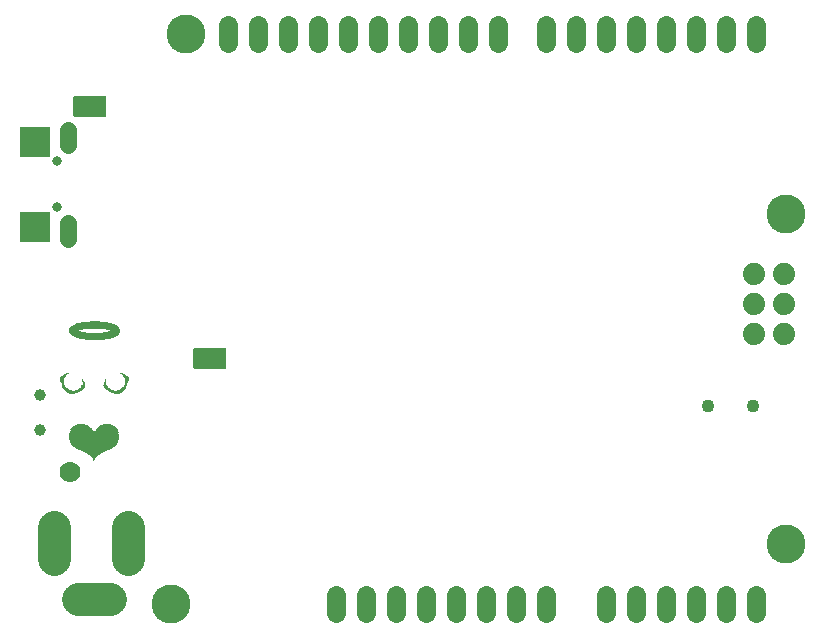
<source format=gbr>
G04 EAGLE Gerber RS-274X export*
G75*
%MOMM*%
%FSLAX34Y34*%
%LPD*%
%INSoldermask Bottom*%
%IPPOS*%
%AMOC8*
5,1,8,0,0,1.08239X$1,22.5*%
G01*
%ADD10C,3.301600*%
%ADD11C,1.879600*%
%ADD12C,1.601600*%
%ADD13C,0.801600*%
%ADD14R,2.514600X2.514600*%
%ADD15C,1.409600*%
%ADD16C,1.778000*%
%ADD17C,1.101600*%
%ADD18C,2.801600*%
%ADD19C,1.001600*%
%ADD20R,0.042331X0.021166*%
%ADD21R,0.084663X0.021166*%
%ADD22R,0.126994X0.021166*%
%ADD23R,0.148163X0.021166*%
%ADD24R,0.169328X0.021166*%
%ADD25R,0.211656X0.021166*%
%ADD26R,0.232825X0.021166*%
%ADD27R,0.253991X0.021166*%
%ADD28R,0.296322X0.021169*%
%ADD29R,0.338653X0.021166*%
%ADD30R,0.380984X0.021166*%
%ADD31R,0.423319X0.021166*%
%ADD32R,0.465650X0.021166*%
%ADD33R,0.507981X0.021166*%
%ADD34R,0.550312X0.021166*%
%ADD35R,0.592644X0.021166*%
%ADD36R,0.634975X0.021166*%
%ADD37R,0.677306X0.021166*%
%ADD38R,0.740803X0.021166*%
%ADD39R,0.804300X0.021166*%
%ADD40R,0.846631X0.021166*%
%ADD41R,0.910128X0.021166*%
%ADD42R,0.973628X0.021166*%
%ADD43R,1.037128X0.021166*%
%ADD44R,1.100625X0.021169*%
%ADD45R,1.185288X0.021166*%
%ADD46R,1.227619X0.021166*%
%ADD47R,1.312281X0.021166*%
%ADD48R,1.396944X0.021166*%
%ADD49R,1.460441X0.021166*%
%ADD50R,1.523938X0.021166*%
%ADD51R,1.608600X0.021166*%
%ADD52R,1.693266X0.021166*%
%ADD53R,1.777931X0.021166*%
%ADD54R,1.883759X0.021166*%
%ADD55R,1.989588X0.021166*%
%ADD56R,2.074250X0.021166*%
%ADD57R,2.158913X0.021166*%
%ADD58R,2.264744X0.021166*%
%ADD59R,2.370572X0.021166*%
%ADD60R,2.455234X0.021169*%
%ADD61R,2.561063X0.021166*%
%ADD62R,2.645728X0.021166*%
%ADD63R,2.730391X0.021166*%
%ADD64R,2.815053X0.021166*%
%ADD65R,2.899716X0.021166*%
%ADD66R,2.984378X0.021166*%
%ADD67R,3.047878X0.021166*%
%ADD68R,3.132544X0.021166*%
%ADD69R,3.196041X0.021166*%
%ADD70R,3.259537X0.021166*%
%ADD71R,3.323038X0.021166*%
%ADD72R,3.386531X0.021166*%
%ADD73R,3.450025X0.021166*%
%ADD74R,3.513525X0.021166*%
%ADD75R,3.555856X0.021166*%
%ADD76R,3.598191X0.021169*%
%ADD77R,3.640519X0.021166*%
%ADD78R,3.682853X0.021166*%
%ADD79R,3.725184X0.021166*%
%ADD80R,3.767516X0.021166*%
%ADD81R,3.809850X0.021166*%
%ADD82R,3.831016X0.021166*%
%ADD83R,3.873347X0.021166*%
%ADD84R,3.894513X0.021166*%
%ADD85R,3.915678X0.021166*%
%ADD86R,3.936844X0.021166*%
%ADD87R,3.979175X0.021166*%
%ADD88R,4.021506X0.021166*%
%ADD89R,4.042672X0.021166*%
%ADD90R,4.063837X0.021169*%
%ADD91R,4.063837X0.021166*%
%ADD92R,4.085003X0.021166*%
%ADD93R,4.106169X0.021166*%
%ADD94R,4.127334X0.021166*%
%ADD95R,4.148500X0.021166*%
%ADD96R,4.169666X0.021166*%
%ADD97R,4.190831X0.021166*%
%ADD98R,4.190831X0.021169*%
%ADD99R,2.053084X0.021169*%
%ADD100R,2.074253X0.021169*%
%ADD101R,2.053084X0.021166*%
%ADD102R,2.031916X0.021166*%
%ADD103R,2.031919X0.021166*%
%ADD104R,2.010750X0.021166*%
%ADD105R,2.010756X0.021166*%
%ADD106R,1.968422X0.021166*%
%ADD107R,1.947253X0.021166*%
%ADD108R,1.947256X0.021166*%
%ADD109R,1.926091X0.021166*%
%ADD110R,1.904925X0.021166*%
%ADD111R,1.883756X0.021166*%
%ADD112R,1.862591X0.021166*%
%ADD113R,1.862594X0.021166*%
%ADD114R,1.841428X0.021166*%
%ADD115R,1.820263X0.021166*%
%ADD116R,1.820259X0.021166*%
%ADD117R,1.799097X0.021166*%
%ADD118R,1.799094X0.021166*%
%ADD119R,1.756766X0.021169*%
%ADD120R,1.777928X0.021169*%
%ADD121R,1.756766X0.021166*%
%ADD122R,1.735597X0.021166*%
%ADD123R,1.714431X0.021166*%
%ADD124R,1.672100X0.021166*%
%ADD125R,1.629766X0.021166*%
%ADD126R,1.650934X0.021166*%
%ADD127R,1.608603X0.021166*%
%ADD128R,1.587434X0.021166*%
%ADD129R,1.566269X0.021166*%
%ADD130R,1.545106X0.021166*%
%ADD131R,1.545103X0.021166*%
%ADD132R,1.502772X0.021166*%
%ADD133R,1.460444X0.021166*%
%ADD134R,1.396941X0.021166*%
%ADD135R,1.354616X0.021166*%
%ADD136R,1.333447X0.021166*%
%ADD137R,1.291119X0.021166*%
%ADD138R,1.291113X0.021166*%
%ADD139R,1.248784X0.021166*%
%ADD140R,1.164119X0.021166*%
%ADD141R,1.164122X0.021166*%
%ADD142R,1.100625X0.021166*%
%ADD143R,1.100622X0.021166*%
%ADD144R,1.015959X0.021169*%
%ADD145R,1.037125X0.021169*%
%ADD146R,0.931291X0.021166*%
%ADD147R,0.931297X0.021166*%
%ADD148R,0.825462X0.021166*%
%ADD149R,0.825469X0.021166*%
%ADD150R,0.698472X0.021166*%
%ADD151R,0.529147X0.021166*%
%ADD152R,0.232822X0.021166*%
%ADD153R,0.338653X0.021169*%
%ADD154R,0.317491X0.021169*%
%ADD155R,0.507978X0.021166*%
%ADD156R,0.656141X0.021166*%
%ADD157R,0.761972X0.021166*%
%ADD158R,0.846638X0.021166*%
%ADD159R,0.846634X0.021166*%
%ADD160R,0.931300X0.021166*%
%ADD161R,0.931294X0.021166*%
%ADD162R,0.994794X0.021166*%
%ADD163R,1.079456X0.021166*%
%ADD164R,1.079459X0.021166*%
%ADD165R,1.142953X0.021166*%
%ADD166R,1.206450X0.021166*%
%ADD167R,1.206453X0.021166*%
%ADD168R,0.571475X0.021166*%
%ADD169R,0.486816X0.021166*%
%ADD170R,0.486813X0.021166*%
%ADD171R,0.550306X0.021166*%
%ADD172R,0.423316X0.021166*%
%ADD173R,0.444484X0.021166*%
%ADD174R,0.444481X0.021166*%
%ADD175R,0.402150X0.021166*%
%ADD176R,0.359816X0.021166*%
%ADD177R,0.359822X0.021166*%
%ADD178R,0.359819X0.021166*%
%ADD179R,0.359816X0.021169*%
%ADD180R,0.359819X0.021169*%
%ADD181R,0.317488X0.021166*%
%ADD182R,0.296319X0.021166*%
%ADD183R,0.296325X0.021166*%
%ADD184R,0.296322X0.021166*%
%ADD185R,0.380981X0.021166*%
%ADD186R,0.275153X0.021166*%
%ADD187R,0.275156X0.021166*%
%ADD188R,0.380988X0.021166*%
%ADD189R,0.253994X0.021166*%
%ADD190R,0.232828X0.021166*%
%ADD191R,0.317491X0.021166*%
%ADD192R,0.317484X0.021166*%
%ADD193R,0.211659X0.021166*%
%ADD194R,0.275159X0.021166*%
%ADD195R,0.211663X0.021166*%
%ADD196R,0.253988X0.021166*%
%ADD197R,0.232825X0.021169*%
%ADD198R,0.253988X0.021169*%
%ADD199R,0.190497X0.021166*%
%ADD200R,0.190494X0.021166*%
%ADD201R,0.148159X0.021166*%
%ADD202R,0.232819X0.021166*%
%ADD203R,0.126997X0.021166*%
%ADD204R,0.105831X0.021166*%
%ADD205R,0.105828X0.021166*%
%ADD206R,0.084666X0.021166*%
%ADD207R,0.063497X0.021166*%
%ADD208R,0.253991X0.021169*%
%ADD209R,0.063500X0.021169*%
%ADD210R,0.063497X0.021169*%
%ADD211R,0.063500X0.021166*%
%ADD212R,0.042334X0.021166*%
%ADD213R,0.021169X0.021166*%
%ADD214R,0.021166X0.021166*%
%ADD215R,0.359822X0.021169*%
%ADD216R,0.190491X0.021166*%
%ADD217R,0.169325X0.021166*%
%ADD218R,0.148156X0.021166*%
%ADD219R,0.105825X0.021166*%
%ADD220R,0.084663X0.021169*%
%ADD221R,0.105825X0.021169*%
%ADD222R,1.375775X0.021166*%
%ADD223R,1.735600X0.021166*%
%ADD224R,2.031922X0.021166*%
%ADD225R,2.285909X0.021166*%
%ADD226R,2.497569X0.021166*%
%ADD227R,2.666894X0.021166*%
%ADD228R,2.836219X0.021166*%
%ADD229R,3.111378X0.021169*%
%ADD230R,3.217206X0.021166*%
%ADD231R,3.344200X0.021166*%
%ADD232R,3.428863X0.021166*%
%ADD233R,3.598188X0.021166*%
%ADD234R,3.682850X0.021166*%
%ADD235R,3.852181X0.021166*%
%ADD236R,3.958009X0.021166*%
%ADD237R,4.127334X0.021169*%
%ADD238R,1.418106X0.021166*%
%ADD239R,1.439278X0.021166*%
%ADD240R,1.269950X0.021166*%
%ADD241R,1.121788X0.021166*%
%ADD242R,1.015959X0.021166*%
%ADD243R,1.037125X0.021166*%
%ADD244R,0.952463X0.021166*%
%ADD245R,0.867797X0.021166*%
%ADD246R,0.783134X0.021166*%
%ADD247R,0.719638X0.021166*%
%ADD248R,4.000341X0.021166*%
%ADD249R,3.598188X0.021169*%
%ADD250R,3.111378X0.021166*%

G36*
X83938Y438166D02*
X83938Y438166D01*
X84057Y438173D01*
X84095Y438186D01*
X84136Y438191D01*
X84246Y438234D01*
X84359Y438271D01*
X84394Y438293D01*
X84431Y438308D01*
X84527Y438378D01*
X84628Y438441D01*
X84656Y438471D01*
X84689Y438494D01*
X84765Y438586D01*
X84846Y438673D01*
X84866Y438708D01*
X84891Y438739D01*
X84942Y438847D01*
X85000Y438951D01*
X85010Y438991D01*
X85027Y439027D01*
X85049Y439144D01*
X85079Y439259D01*
X85083Y439320D01*
X85087Y439340D01*
X85085Y439360D01*
X85089Y439420D01*
X85089Y454660D01*
X85074Y454778D01*
X85067Y454897D01*
X85054Y454935D01*
X85049Y454976D01*
X85006Y455086D01*
X84969Y455199D01*
X84947Y455234D01*
X84932Y455271D01*
X84863Y455367D01*
X84799Y455468D01*
X84769Y455496D01*
X84746Y455529D01*
X84654Y455605D01*
X84567Y455686D01*
X84532Y455706D01*
X84501Y455731D01*
X84393Y455782D01*
X84289Y455840D01*
X84249Y455850D01*
X84213Y455867D01*
X84096Y455889D01*
X83981Y455919D01*
X83921Y455923D01*
X83901Y455927D01*
X83880Y455925D01*
X83820Y455929D01*
X58420Y455929D01*
X58302Y455914D01*
X58183Y455907D01*
X58145Y455894D01*
X58104Y455889D01*
X57994Y455846D01*
X57881Y455809D01*
X57846Y455787D01*
X57809Y455772D01*
X57713Y455703D01*
X57612Y455639D01*
X57584Y455609D01*
X57551Y455586D01*
X57476Y455494D01*
X57394Y455407D01*
X57374Y455372D01*
X57349Y455341D01*
X57298Y455233D01*
X57240Y455129D01*
X57230Y455089D01*
X57213Y455053D01*
X57191Y454936D01*
X57161Y454821D01*
X57157Y454761D01*
X57153Y454741D01*
X57154Y454734D01*
X57153Y454731D01*
X57154Y454716D01*
X57151Y454660D01*
X57151Y439420D01*
X57166Y439302D01*
X57173Y439183D01*
X57186Y439145D01*
X57191Y439104D01*
X57234Y438994D01*
X57271Y438881D01*
X57293Y438846D01*
X57308Y438809D01*
X57378Y438713D01*
X57441Y438612D01*
X57471Y438584D01*
X57494Y438551D01*
X57586Y438476D01*
X57673Y438394D01*
X57708Y438374D01*
X57739Y438349D01*
X57847Y438298D01*
X57951Y438240D01*
X57991Y438230D01*
X58027Y438213D01*
X58144Y438191D01*
X58259Y438161D01*
X58320Y438157D01*
X58340Y438153D01*
X58360Y438155D01*
X58420Y438151D01*
X83820Y438151D01*
X83938Y438166D01*
G37*
G36*
X185538Y224806D02*
X185538Y224806D01*
X185657Y224813D01*
X185695Y224826D01*
X185736Y224831D01*
X185846Y224874D01*
X185959Y224911D01*
X185994Y224933D01*
X186031Y224948D01*
X186127Y225018D01*
X186228Y225081D01*
X186256Y225111D01*
X186289Y225134D01*
X186365Y225226D01*
X186446Y225313D01*
X186466Y225348D01*
X186491Y225379D01*
X186542Y225487D01*
X186600Y225591D01*
X186610Y225631D01*
X186627Y225667D01*
X186649Y225784D01*
X186679Y225899D01*
X186683Y225960D01*
X186687Y225980D01*
X186685Y226000D01*
X186689Y226060D01*
X186689Y241300D01*
X186674Y241418D01*
X186667Y241537D01*
X186654Y241575D01*
X186649Y241616D01*
X186606Y241726D01*
X186569Y241839D01*
X186547Y241874D01*
X186532Y241911D01*
X186463Y242007D01*
X186399Y242108D01*
X186369Y242136D01*
X186346Y242169D01*
X186254Y242245D01*
X186167Y242326D01*
X186132Y242346D01*
X186101Y242371D01*
X185993Y242422D01*
X185889Y242480D01*
X185849Y242490D01*
X185813Y242507D01*
X185696Y242529D01*
X185581Y242559D01*
X185521Y242563D01*
X185501Y242567D01*
X185480Y242565D01*
X185420Y242569D01*
X160020Y242569D01*
X159902Y242554D01*
X159783Y242547D01*
X159745Y242534D01*
X159704Y242529D01*
X159594Y242486D01*
X159481Y242449D01*
X159446Y242427D01*
X159409Y242412D01*
X159313Y242343D01*
X159212Y242279D01*
X159184Y242249D01*
X159151Y242226D01*
X159076Y242134D01*
X158994Y242047D01*
X158974Y242012D01*
X158949Y241981D01*
X158898Y241873D01*
X158840Y241769D01*
X158830Y241729D01*
X158813Y241693D01*
X158791Y241576D01*
X158761Y241461D01*
X158757Y241401D01*
X158753Y241381D01*
X158754Y241374D01*
X158753Y241371D01*
X158754Y241356D01*
X158751Y241300D01*
X158751Y226060D01*
X158766Y225942D01*
X158773Y225823D01*
X158786Y225785D01*
X158791Y225744D01*
X158834Y225634D01*
X158871Y225521D01*
X158893Y225486D01*
X158908Y225449D01*
X158978Y225353D01*
X159041Y225252D01*
X159071Y225224D01*
X159094Y225191D01*
X159186Y225116D01*
X159273Y225034D01*
X159308Y225014D01*
X159339Y224989D01*
X159447Y224938D01*
X159551Y224880D01*
X159591Y224870D01*
X159627Y224853D01*
X159744Y224831D01*
X159859Y224801D01*
X159920Y224797D01*
X159940Y224793D01*
X159960Y224795D01*
X160020Y224791D01*
X185420Y224791D01*
X185538Y224806D01*
G37*
D10*
X660400Y355600D03*
X660400Y76200D03*
X152400Y508000D03*
X139700Y25400D03*
D11*
X659130Y304800D03*
X659130Y279400D03*
X659130Y254000D03*
X633730Y304800D03*
X633730Y279400D03*
X633730Y254000D03*
D12*
X508000Y32900D02*
X508000Y17900D01*
X533400Y17900D02*
X533400Y32900D01*
X558800Y32900D02*
X558800Y17900D01*
X584200Y17900D02*
X584200Y32900D01*
X609600Y32900D02*
X609600Y17900D01*
X635000Y17900D02*
X635000Y32900D01*
D13*
X43180Y400500D03*
X43180Y361500D03*
D14*
X24180Y345000D03*
X24180Y417000D03*
D15*
X52180Y414000D02*
X52180Y427080D01*
X52180Y348000D02*
X52180Y334920D01*
D12*
X187960Y500500D02*
X187960Y515500D01*
X213360Y515500D02*
X213360Y500500D01*
X238760Y500500D02*
X238760Y515500D01*
X264160Y515500D02*
X264160Y500500D01*
X289560Y500500D02*
X289560Y515500D01*
X314960Y515500D02*
X314960Y500500D01*
X340360Y500500D02*
X340360Y515500D01*
X365760Y515500D02*
X365760Y500500D01*
X391160Y500500D02*
X391160Y515500D01*
X416560Y515500D02*
X416560Y500500D01*
X457200Y500500D02*
X457200Y515500D01*
X482600Y515500D02*
X482600Y500500D01*
X508000Y500500D02*
X508000Y515500D01*
X533400Y515500D02*
X533400Y500500D01*
X558800Y500500D02*
X558800Y515500D01*
X584200Y515500D02*
X584200Y500500D01*
X609600Y500500D02*
X609600Y515500D01*
X635000Y515500D02*
X635000Y500500D01*
X279400Y32900D02*
X279400Y17900D01*
X304800Y17900D02*
X304800Y32900D01*
X330200Y32900D02*
X330200Y17900D01*
X355600Y17900D02*
X355600Y32900D01*
X381000Y32900D02*
X381000Y17900D01*
X406400Y17900D02*
X406400Y32900D01*
X431800Y32900D02*
X431800Y17900D01*
X457200Y17900D02*
X457200Y32900D01*
D16*
X54610Y137160D03*
D17*
X632460Y193040D03*
X594360Y193040D03*
D18*
X102980Y90970D02*
X102980Y63970D01*
X40480Y63970D02*
X40480Y90970D01*
X60980Y29470D02*
X87980Y29470D01*
D19*
X29210Y202960D03*
X29210Y172960D03*
D20*
X74637Y147102D03*
X74637Y147314D03*
D21*
X74637Y147526D03*
X74637Y147737D03*
D22*
X74637Y147949D03*
D23*
X74743Y148161D03*
D24*
X74637Y148372D03*
D25*
X74637Y148584D03*
D26*
X74743Y148796D03*
D27*
X74637Y149007D03*
D28*
X74637Y149219D03*
D29*
X74637Y149431D03*
D30*
X74637Y149642D03*
D31*
X74637Y149854D03*
D32*
X74637Y150066D03*
D33*
X74637Y150277D03*
D34*
X74637Y150489D03*
D35*
X74637Y150701D03*
D36*
X74637Y150912D03*
D37*
X74637Y151124D03*
D38*
X74743Y151336D03*
D39*
X74637Y151547D03*
D40*
X74637Y151759D03*
D41*
X74743Y151971D03*
D42*
X74637Y152182D03*
D43*
X74743Y152394D03*
D44*
X74637Y152606D03*
D45*
X74637Y152817D03*
D46*
X74637Y153029D03*
D47*
X74637Y153241D03*
D48*
X74637Y153452D03*
D49*
X74743Y153664D03*
D50*
X74637Y153876D03*
D51*
X74637Y154087D03*
D52*
X74637Y154299D03*
D53*
X74637Y154510D03*
D54*
X74743Y154722D03*
D55*
X74637Y154934D03*
D56*
X74637Y155145D03*
D57*
X74637Y155357D03*
D58*
X74743Y155569D03*
D59*
X74637Y155780D03*
D60*
X74637Y155992D03*
D61*
X74743Y156204D03*
D62*
X74743Y156415D03*
D63*
X74743Y156627D03*
D64*
X74743Y156839D03*
D65*
X74743Y157050D03*
D66*
X74743Y157262D03*
D67*
X74637Y157474D03*
D68*
X74637Y157685D03*
D69*
X74743Y157897D03*
D70*
X74637Y158109D03*
D71*
X74743Y158320D03*
D72*
X74637Y158532D03*
D73*
X74743Y158744D03*
D74*
X74637Y158955D03*
D75*
X74637Y159167D03*
D76*
X74637Y159379D03*
D77*
X74637Y159590D03*
D78*
X74637Y159802D03*
D79*
X74637Y160014D03*
D80*
X74637Y160225D03*
D81*
X74637Y160437D03*
D82*
X74743Y160649D03*
D83*
X74743Y160860D03*
D84*
X74637Y161072D03*
D85*
X74743Y161284D03*
D86*
X74637Y161495D03*
D87*
X74637Y161707D03*
X74637Y161919D03*
D88*
X74637Y162130D03*
X74637Y162342D03*
D89*
X74743Y162553D03*
D90*
X74637Y162765D03*
D91*
X74637Y162977D03*
D92*
X74743Y163188D03*
D93*
X74637Y163400D03*
X74637Y163612D03*
D94*
X74743Y163823D03*
X74743Y164035D03*
D95*
X74637Y164247D03*
X74637Y164458D03*
X74637Y164670D03*
D96*
X74743Y164882D03*
X74743Y165093D03*
X74743Y165305D03*
D97*
X74637Y165517D03*
X74637Y165728D03*
X74637Y165940D03*
D98*
X74637Y166152D03*
D97*
X74637Y166363D03*
X74637Y166575D03*
X74637Y166787D03*
X74637Y166998D03*
X74637Y167210D03*
X74637Y167422D03*
X74637Y167633D03*
X74637Y167845D03*
X74637Y168057D03*
X74637Y168268D03*
X74637Y168480D03*
X74637Y168692D03*
D96*
X74743Y168903D03*
X74743Y169115D03*
D95*
X74637Y169327D03*
D99*
X85114Y169538D03*
D100*
X64266Y169538D03*
D101*
X85114Y169750D03*
X64160Y169750D03*
X85114Y169962D03*
X64160Y169962D03*
D102*
X85220Y170173D03*
D103*
X64266Y170173D03*
D104*
X85114Y170385D03*
D105*
X64160Y170385D03*
D55*
X85220Y170597D03*
D105*
X64160Y170597D03*
D55*
X85220Y170808D03*
D106*
X64160Y170808D03*
X85114Y171020D03*
X64160Y171020D03*
D107*
X85220Y171231D03*
D108*
X64054Y171231D03*
D107*
X85220Y171443D03*
D109*
X64160Y171443D03*
D110*
X85220Y171655D03*
X64054Y171655D03*
D111*
X85326Y171866D03*
D110*
X64054Y171866D03*
D112*
X85220Y172078D03*
D113*
X64054Y172078D03*
D114*
X85326Y172290D03*
D113*
X64054Y172290D03*
D115*
X85220Y172501D03*
D116*
X64054Y172501D03*
D117*
X85326Y172713D03*
D118*
X63948Y172713D03*
D119*
X85326Y172925D03*
D120*
X64054Y172925D03*
D121*
X85326Y173136D03*
D122*
X64054Y173136D03*
D123*
X85326Y173348D03*
X63948Y173348D03*
D124*
X85326Y173560D03*
X63948Y173560D03*
D125*
X85326Y173771D03*
D126*
X64054Y173771D03*
D51*
X85432Y173983D03*
D127*
X64054Y173983D03*
D128*
X85326Y174195D03*
D129*
X64054Y174195D03*
D130*
X85326Y174406D03*
D131*
X63948Y174406D03*
D132*
X85326Y174618D03*
X63948Y174618D03*
D133*
X85326Y174830D03*
D49*
X63948Y174830D03*
D48*
X85432Y175041D03*
D134*
X64054Y175041D03*
D135*
X85432Y175253D03*
D136*
X63948Y175253D03*
D137*
X85326Y175465D03*
D138*
X63948Y175465D03*
D46*
X85432Y175676D03*
D139*
X63948Y175676D03*
D140*
X85326Y175888D03*
D141*
X63948Y175888D03*
D142*
X85432Y176100D03*
D143*
X64054Y176100D03*
D144*
X85432Y176311D03*
D145*
X63948Y176311D03*
D146*
X85432Y176523D03*
D147*
X64054Y176523D03*
D148*
X85326Y176735D03*
D149*
X63948Y176735D03*
D150*
X85326Y176946D03*
X63948Y176946D03*
D151*
X85326Y177158D03*
X63948Y177158D03*
D26*
X85326Y177370D03*
D152*
X63948Y177370D03*
D153*
X94110Y203615D03*
D154*
X55905Y203615D03*
D33*
X94110Y203827D03*
D155*
X56011Y203827D03*
D156*
X94004Y204039D03*
X56117Y204039D03*
D157*
X93898Y204250D03*
X56223Y204250D03*
D158*
X93686Y204462D03*
D159*
X56223Y204462D03*
D160*
X93686Y204673D03*
D161*
X56434Y204673D03*
D162*
X93580Y204885D03*
X56540Y204885D03*
D163*
X93580Y205097D03*
D164*
X56540Y205097D03*
D165*
X93475Y205308D03*
X56646Y205308D03*
D166*
X93369Y205520D03*
D167*
X56752Y205520D03*
D168*
X96755Y205732D03*
D169*
X89347Y205732D03*
D170*
X60773Y205732D03*
D171*
X53259Y205732D03*
D170*
X97390Y205943D03*
D172*
X88606Y205943D03*
D173*
X61408Y205943D03*
D170*
X52730Y205943D03*
D174*
X97814Y206155D03*
D30*
X88183Y206155D03*
X61937Y206155D03*
D174*
X52307Y206155D03*
D30*
X98131Y206367D03*
X87760Y206367D03*
X62361Y206367D03*
D175*
X51884Y206367D03*
D176*
X98449Y206578D03*
D30*
X87336Y206578D03*
D177*
X62678Y206578D03*
D30*
X51566Y206578D03*
D29*
X98766Y206790D03*
D176*
X87019Y206790D03*
D178*
X63102Y206790D03*
D29*
X51355Y206790D03*
D153*
X98978Y207002D03*
D179*
X86596Y207002D03*
D180*
X63313Y207002D03*
D153*
X51143Y207002D03*
D181*
X99295Y207213D03*
D178*
X86384Y207213D03*
D176*
X63737Y207213D03*
D181*
X50825Y207213D03*
D182*
X99401Y207425D03*
D30*
X86067Y207425D03*
D178*
X63948Y207425D03*
D183*
X50720Y207425D03*
D184*
X99613Y207637D03*
D178*
X85749Y207637D03*
D185*
X64266Y207637D03*
D184*
X50508Y207637D03*
D186*
X99718Y207848D03*
D178*
X85537Y207848D03*
D176*
X64583Y207848D03*
D187*
X50190Y207848D03*
X99930Y208060D03*
D188*
X85220Y208060D03*
D177*
X64795Y208060D03*
D189*
X50085Y208060D03*
D186*
X100142Y208272D03*
D188*
X85008Y208272D03*
D30*
X65112Y208272D03*
D27*
X49873Y208272D03*
X100248Y208483D03*
D30*
X84797Y208483D03*
D175*
X65218Y208483D03*
D27*
X49873Y208483D03*
X100459Y208695D03*
D188*
X84585Y208695D03*
D30*
X65324Y208695D03*
D189*
X49661Y208695D03*
D26*
X100565Y208907D03*
D177*
X84691Y208907D03*
D178*
X65430Y208907D03*
D27*
X49450Y208907D03*
D26*
X100777Y209118D03*
D29*
X84585Y209118D03*
X65536Y209118D03*
D190*
X49344Y209118D03*
D26*
X100777Y209330D03*
D191*
X84479Y209330D03*
D29*
X65536Y209330D03*
D189*
X49238Y209330D03*
D26*
X100988Y209542D03*
D191*
X84479Y209542D03*
D192*
X65642Y209542D03*
D26*
X49132Y209542D03*
X100988Y209753D03*
D184*
X84373Y209753D03*
D187*
X65641Y209753D03*
D193*
X49026Y209753D03*
D190*
X101200Y209965D03*
D194*
X84267Y209965D03*
D187*
X65641Y209965D03*
D26*
X48920Y209965D03*
D195*
X101306Y210177D03*
D189*
X84373Y210177D03*
D196*
X65747Y210177D03*
D193*
X48815Y210177D03*
D197*
X101412Y210388D03*
X84267Y210388D03*
D198*
X65747Y210388D03*
D197*
X48709Y210388D03*
D26*
X101412Y210600D03*
X84267Y210600D03*
X65853Y210600D03*
D193*
X48603Y210600D03*
D25*
X101518Y210812D03*
D26*
X84267Y210812D03*
D193*
X65747Y210812D03*
D26*
X48497Y210812D03*
X101623Y211023D03*
D199*
X84267Y211023D03*
D200*
X65853Y211023D03*
D25*
X48391Y211023D03*
D193*
X101729Y211235D03*
D199*
X84267Y211235D03*
D200*
X65853Y211235D03*
D25*
X48391Y211235D03*
D152*
X101835Y211447D03*
D199*
X84267Y211447D03*
D200*
X65853Y211447D03*
D152*
X48286Y211447D03*
X101835Y211658D03*
D24*
X84162Y211658D03*
D23*
X65853Y211658D03*
D25*
X48180Y211658D03*
X101941Y211870D03*
D201*
X84267Y211870D03*
D23*
X65853Y211870D03*
D25*
X48180Y211870D03*
D26*
X102047Y212082D03*
D201*
X84267Y212082D03*
D23*
X65853Y212082D03*
D202*
X48074Y212082D03*
D26*
X102047Y212293D03*
D203*
X84162Y212293D03*
D22*
X65747Y212293D03*
D202*
X48074Y212293D03*
D26*
X102047Y212505D03*
D204*
X84267Y212505D03*
D22*
X65747Y212505D03*
D202*
X48074Y212505D03*
D196*
X102153Y212716D03*
D204*
X84267Y212716D03*
D205*
X65853Y212716D03*
D152*
X47862Y212716D03*
D196*
X102153Y212928D03*
D204*
X84267Y212928D03*
D21*
X65747Y212928D03*
D152*
X47862Y212928D03*
X102258Y213140D03*
D206*
X84373Y213140D03*
D21*
X65747Y213140D03*
D152*
X47862Y213140D03*
X102258Y213351D03*
D206*
X84373Y213351D03*
D21*
X65747Y213351D03*
D196*
X47756Y213351D03*
D27*
X102364Y213563D03*
D206*
X84373Y213563D03*
D207*
X65641Y213563D03*
D196*
X47756Y213563D03*
D208*
X102364Y213775D03*
D209*
X84479Y213775D03*
D210*
X65641Y213775D03*
D198*
X47756Y213775D03*
D27*
X102364Y213986D03*
D211*
X84479Y213986D03*
D207*
X65641Y213986D03*
D186*
X47651Y213986D03*
D187*
X102470Y214198D03*
D211*
X84479Y214198D03*
D20*
X65536Y214198D03*
D186*
X47651Y214198D03*
D187*
X102470Y214410D03*
D212*
X84585Y214410D03*
D20*
X65536Y214410D03*
D186*
X47651Y214410D03*
D184*
X102364Y214621D03*
D212*
X84585Y214621D03*
D20*
X65536Y214621D03*
D186*
X47651Y214621D03*
D184*
X102364Y214833D03*
D213*
X84691Y214833D03*
D20*
X65324Y214833D03*
D186*
X47651Y214833D03*
D184*
X102364Y215045D03*
D213*
X84691Y215045D03*
D20*
X65324Y215045D03*
D192*
X47651Y215045D03*
D181*
X102470Y215256D03*
D213*
X84691Y215256D03*
D214*
X65218Y215256D03*
D192*
X47651Y215256D03*
D181*
X102470Y215468D03*
D192*
X47651Y215468D03*
D181*
X102470Y215680D03*
D192*
X47651Y215680D03*
D29*
X102364Y215891D03*
X47545Y215891D03*
X102364Y216103D03*
D178*
X47651Y216103D03*
X102470Y216315D03*
X47651Y216315D03*
D30*
X102364Y216526D03*
D178*
X47651Y216526D03*
D30*
X102364Y216738D03*
D188*
X47756Y216738D03*
D178*
X102258Y216950D03*
X47862Y216950D03*
D215*
X102047Y217161D03*
D180*
X48074Y217161D03*
D181*
X101835Y217373D03*
X48286Y217373D03*
D191*
X101623Y217585D03*
D192*
X48497Y217585D03*
D181*
X101412Y217796D03*
D184*
X48603Y217796D03*
D187*
X101200Y218008D03*
X48920Y218008D03*
D194*
X100988Y218220D03*
X49132Y218220D03*
D26*
X100777Y218431D03*
D190*
X49344Y218431D03*
D26*
X100565Y218643D03*
X49555Y218643D03*
D193*
X100248Y218855D03*
D195*
X49873Y218855D03*
D200*
X99930Y219066D03*
D193*
X50085Y219066D03*
D216*
X99718Y219278D03*
D199*
X50402Y219278D03*
D217*
X99401Y219490D03*
D23*
X50614Y219490D03*
D218*
X99083Y219701D03*
D24*
X50931Y219701D03*
D22*
X98766Y219913D03*
D218*
X51249Y219913D03*
D219*
X98449Y220125D03*
D22*
X51566Y220125D03*
D21*
X98131Y220336D03*
D219*
X51884Y220336D03*
D220*
X97708Y220548D03*
D221*
X52307Y220548D03*
D207*
X97390Y220760D03*
D211*
X52730Y220760D03*
D149*
X74954Y249122D03*
D222*
X74954Y249333D03*
D223*
X75060Y249545D03*
D224*
X75060Y249757D03*
D225*
X75060Y249968D03*
D226*
X75060Y250180D03*
D227*
X75060Y250392D03*
D228*
X75060Y250603D03*
D66*
X74954Y250815D03*
D229*
X74954Y251027D03*
D230*
X75060Y251238D03*
D231*
X75060Y251450D03*
D232*
X75060Y251662D03*
D74*
X75060Y251873D03*
D233*
X75060Y252085D03*
D234*
X75060Y252297D03*
D79*
X75060Y252508D03*
D81*
X75060Y252720D03*
D235*
X75060Y252932D03*
D84*
X75060Y253143D03*
D236*
X74954Y253355D03*
D87*
X75060Y253567D03*
D88*
X75060Y253778D03*
D91*
X75060Y253990D03*
D93*
X75060Y254201D03*
D237*
X74954Y254413D03*
D126*
X87548Y254625D03*
X62572Y254625D03*
D238*
X88712Y254836D03*
D239*
X61303Y254836D03*
D240*
X89665Y255048D03*
X60456Y255048D03*
D165*
X90300Y255260D03*
D241*
X59715Y255260D03*
D242*
X90935Y255471D03*
D243*
X59080Y255471D03*
D244*
X91464Y255683D03*
X58657Y255683D03*
D245*
X91887Y255895D03*
X58233Y255895D03*
D39*
X92205Y256106D03*
D246*
X57810Y256106D03*
D38*
X92522Y256318D03*
D247*
X57493Y256318D03*
D37*
X92840Y256530D03*
X57281Y256530D03*
X92840Y256741D03*
X57281Y256741D03*
D38*
X92522Y256953D03*
D247*
X57493Y256953D03*
D39*
X92205Y257165D03*
D246*
X57810Y257165D03*
D245*
X91887Y257376D03*
X58233Y257376D03*
D244*
X91464Y257588D03*
X58657Y257588D03*
D144*
X90935Y257800D03*
D145*
X59080Y257800D03*
D165*
X90300Y258011D03*
D241*
X59715Y258011D03*
D240*
X89665Y258223D03*
X60456Y258223D03*
D238*
X88712Y258435D03*
D239*
X61303Y258435D03*
D126*
X87548Y258646D03*
X62572Y258646D03*
D94*
X74954Y258858D03*
D93*
X75060Y259070D03*
D91*
X75060Y259281D03*
D88*
X75060Y259493D03*
D248*
X74954Y259705D03*
D236*
X74954Y259916D03*
D84*
X75060Y260128D03*
D235*
X75060Y260340D03*
D81*
X75060Y260551D03*
D79*
X75060Y260763D03*
D234*
X75060Y260975D03*
D249*
X75060Y261186D03*
D74*
X75060Y261398D03*
D232*
X75060Y261610D03*
D231*
X75060Y261821D03*
D230*
X75060Y262033D03*
D250*
X74954Y262245D03*
D66*
X74954Y262456D03*
D228*
X75060Y262668D03*
D227*
X75060Y262879D03*
D226*
X75060Y263091D03*
D225*
X75060Y263303D03*
D224*
X75060Y263514D03*
D121*
X74954Y263726D03*
D134*
X75060Y263938D03*
D40*
X75060Y264149D03*
M02*

</source>
